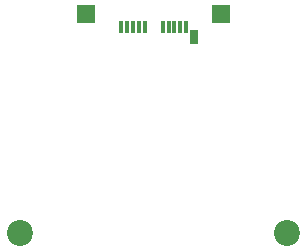
<source format=gbr>
%TF.GenerationSoftware,KiCad,Pcbnew,6.0.9*%
%TF.CreationDate,2022-12-15T21:25:06+01:00*%
%TF.ProjectId,Expansion_Card,45787061-6e73-4696-9f6e-5f436172642e,X1*%
%TF.SameCoordinates,Original*%
%TF.FileFunction,Soldermask,Bot*%
%TF.FilePolarity,Negative*%
%FSLAX46Y46*%
G04 Gerber Fmt 4.6, Leading zero omitted, Abs format (unit mm)*
G04 Created by KiCad (PCBNEW 6.0.9) date 2022-12-15 21:25:06*
%MOMM*%
%LPD*%
G01*
G04 APERTURE LIST*
%ADD10R,0.700000X1.150000*%
%ADD11R,0.380000X1.000000*%
%ADD12C,2.200000*%
%ADD13R,1.500000X1.500000*%
G04 APERTURE END LIST*
D10*
%TO.C,P1*%
X143420000Y-129880000D03*
D11*
X137250000Y-129040000D03*
X137750000Y-129040000D03*
X138250000Y-129040000D03*
X138750000Y-129040000D03*
X139250000Y-129040000D03*
X140750000Y-129040000D03*
X141250000Y-129040000D03*
X141750000Y-129040000D03*
X142250000Y-129040000D03*
X142750000Y-129040000D03*
%TD*%
D12*
%TO.C,H1*%
X128700000Y-146500000D03*
%TD*%
%TO.C,H2*%
X151300000Y-146500000D03*
%TD*%
D13*
%TO.C,TP2*%
X134300000Y-128000000D03*
%TD*%
%TO.C,TP4*%
X145700000Y-128000000D03*
%TD*%
M02*

</source>
